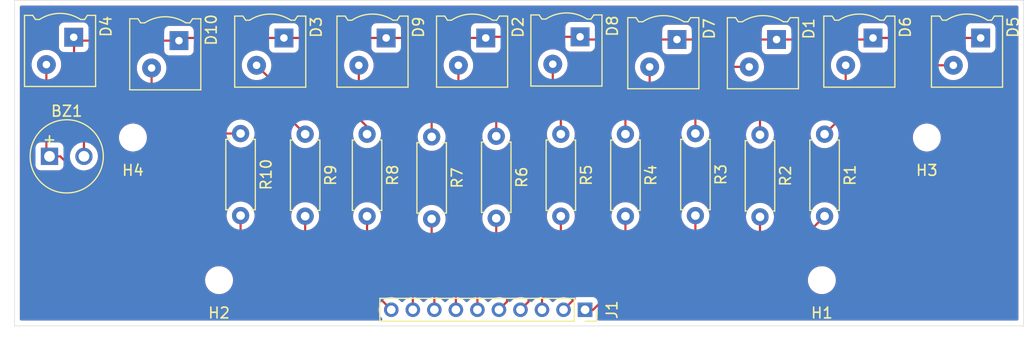
<source format=kicad_pcb>
(kicad_pcb (version 20241229) (generator "pcbnew") (generator_version "9.0")
  (layers (0 "F.Cu" signal) (2 "B.Cu" signal) (13 "F.Paste" user) (15 "B.Paste" user) (5 "F.SilkS" user "F.Silkscreen") (7 "B.SilkS" user "B.Silkscreen") (1 "F.Mask" user) (3 "B.Mask" user) (25 "Edge.Cuts" user))
  (net 0 "")
  (net 1 "Net-(BZ1-+)")
  (net 2 "Net-(BZ1--)")
  (net 3 "Net-(D1-A)")
  (net 4 "Net-(D2-A)")
  (net 5 "Net-(D3-A)")
  (net 6 "Net-(D5-A)")
  (net 7 "Net-(D6-A)")
  (net 8 "Net-(D7-A)")
  (net 9 "Net-(D8-A)")
  (net 10 "Net-(D9-A)")
  (net 11 "Net-(D10-A)")
  (net 12 "Net-(J1-Pin_3)")
  (net 13 "Net-(J1-Pin_4)")
  (net 14 "Net-(J1-Pin_9)")
  (net 15 "Net-(J1-Pin_2)")
  (net 16 "Net-(J1-Pin_5)")
  (net 17 "Net-(J1-Pin_10)")
  (net 18 "Net-(J1-Pin_1)")
  (net 19 "Net-(J1-Pin_7)")
  (net 20 "Net-(J1-Pin_6)")
  (net 21 "Net-(J1-Pin_8)")
  (footprint "Resistor_THT:R_Axial_DIN0207_L6.3mm_D2.5mm_P7.62mm_Horizontal" (layer "F.Cu") (at 150.75 87.44 -90)
    (property "Reference" "R5" (at 3.81 -2.37 270) (layer "F.SilkS"))
    (property "Value" "R")
    (fp_line (start 0.54 1.37) (end 7.08 1.37) (stroke (width 0.12)) (layer "F.SilkS"))
    (fp_line (start 7.08 1.37) (end 7.08 1.04) (stroke (width 0.12)) (layer "F.SilkS"))
    (fp_line (start 0.54 1.04) (end 0.54 1.37) (stroke (width 0.12)) (layer "F.SilkS"))
    (fp_line (start 0.54 -1.04) (end 0.54 -1.37) (stroke (width 0.12)) (layer "F.SilkS"))
    (fp_line (start 0.54 -1.37) (end 7.08 -1.37) (stroke (width 0.12)) (layer "F.SilkS"))
    (fp_line (start 7.08 -1.37) (end 7.08 -1.04) (stroke (width 0.12)) (layer "F.SilkS"))
    (pad "1" thru_hole circle (at 0 0 270) (size 1.6 1.6) (drill 0.8) (layers "*.Cu" "*.Mask") (net 9 "Net-(D8-A)"))
    (pad "2" thru_hole circle (at 7.62 0 270) (size 1.6 1.6) (drill 0.8) (layers "*.Cu" "*.Mask") (net 16 "Net-(J1-Pin_5)"))
  )
  (footprint "LED_THT:LED_VCCLite_5381H7_6.35x6.35mm" (layer "F.Cu") (at 152.54 78.395639 -90)
    (property "Reference" "D8" (at -1 -3 270) (layer "F.SilkS"))
    (property "Value" "LED")
    (fp_line (start -2.032 4.572) (end -2.032 3.81) (stroke (width 0.12)) (layer "F.SilkS"))
    (fp_line (start 4.572 4.572) (end -2.032 4.572) (stroke (width 0.12)) (layer "F.SilkS"))
    (fp_line (start 4.572 4.572) (end 4.572 -2.032) (stroke (width 0.12)) (layer "F.SilkS"))
    (fp_line (start -1.651 3.556) (end -2.032 3.81) (stroke (width 0.12)) (layer "F.SilkS"))
    (fp_line (start -1.651 3.556) (end -1.651 3.175) (stroke (width 0.12)) (layer "F.SilkS"))
    (fp_line (start -1.651 -1.016) (end -1.651 -0.635) (stroke (width 0.12)) (layer "F.SilkS"))
    (fp_line (start -2.032 -1.27) (end -1.651 -1.016) (stroke (width 0.12)) (layer "F.SilkS"))
    (fp_line (start -2.032 -2.032) (end -2.032 -1.27) (stroke (width 0.12)) (layer "F.SilkS"))
    (fp_line (start 4.572 -2.032) (end -2.032 -2.032) (stroke (width 0.12)) (layer "F.SilkS"))
    (fp_arc (start -1.651753 3.173843) (mid -2.2173 1.26931) (end -1.650999 -0.634999) (stroke (width 0.12)) (layer "F.SilkS"))
    (pad "1" thru_hole rect (at 0 0 180) (size 1.75 1.75) (drill 0.7) (layers "*.Cu" "*.Mask") (net 2 "Net-(BZ1--)"))
    (pad "2" thru_hole circle (at 2.54 2.54 180) (size 1.75 1.75) (drill 0.7) (layers "*.Cu" "*.Mask") (net 9 "Net-(D8-A)"))
  )
  (footprint "LED_THT:LED_VCCLite_5381H7_6.35x6.35mm" (layer "F.Cu") (at 134.525 78.5 -90)
    (property "Reference" "D9" (at -1 -3 270) (layer "F.SilkS"))
    (property "Value" "LED")
    (fp_line (start -2.032 4.572) (end -2.032 3.81) (stroke (width 0.12)) (layer "F.SilkS"))
    (fp_line (start 4.572 4.572) (end -2.032 4.572) (stroke (width 0.12)) (layer "F.SilkS"))
    (fp_line (start 4.572 4.572) (end 4.572 -2.032) (stroke (width 0.12)) (layer "F.SilkS"))
    (fp_line (start -1.651 3.556) (end -2.032 3.81) (stroke (width 0.12)) (layer "F.SilkS"))
    (fp_line (start -1.651 3.556) (end -1.651 3.175) (stroke (width 0.12)) (layer "F.SilkS"))
    (fp_line (start -1.651 -1.016) (end -1.651 -0.635) (stroke (width 0.12)) (layer "F.SilkS"))
    (fp_line (start -2.032 -1.27) (end -1.651 -1.016) (stroke (width 0.12)) (layer "F.SilkS"))
    (fp_line (start -2.032 -2.032) (end -2.032 -1.27) (stroke (width 0.12)) (layer "F.SilkS"))
    (fp_line (start 4.572 -2.032) (end -2.032 -2.032) (stroke (width 0.12)) (layer "F.SilkS"))
    (fp_arc (start -1.651753 3.173843) (mid -2.2173 1.26931) (end -1.650999 -0.634999) (stroke (width 0.12)) (layer "F.SilkS"))
    (pad "1" thru_hole rect (at 0 0 180) (size 1.75 1.75) (drill 0.7) (layers "*.Cu" "*.Mask") (net 2 "Net-(BZ1--)"))
    (pad "2" thru_hole circle (at 2.54 2.54 180) (size 1.75 1.75) (drill 0.7) (layers "*.Cu" "*.Mask") (net 10 "Net-(D9-A)"))
  )
  (footprint "Resistor_THT:R_Axial_DIN0207_L6.3mm_D2.5mm_P7.62mm_Horizontal" (layer "F.Cu") (at 169.25 87.5 -90)
    (property "Reference" "R2" (at 3.81 -2.37 270) (layer "F.SilkS"))
    (property "Value" "R")
    (fp_line (start 0.54 1.37) (end 7.08 1.37) (stroke (width 0.12)) (layer "F.SilkS"))
    (fp_line (start 7.08 1.37) (end 7.08 1.04) (stroke (width 0.12)) (layer "F.SilkS"))
    (fp_line (start 0.54 1.04) (end 0.54 1.37) (stroke (width 0.12)) (layer "F.SilkS"))
    (fp_line (start 0.54 -1.04) (end 0.54 -1.37) (stroke (width 0.12)) (layer "F.SilkS"))
    (fp_line (start 0.54 -1.37) (end 7.08 -1.37) (stroke (width 0.12)) (layer "F.SilkS"))
    (fp_line (start 7.08 -1.37) (end 7.08 -1.04) (stroke (width 0.12)) (layer "F.SilkS"))
    (pad "1" thru_hole circle (at 0 0 270) (size 1.6 1.6) (drill 0.8) (layers "*.Cu" "*.Mask") (net 7 "Net-(D6-A)"))
    (pad "2" thru_hole circle (at 7.62 0 270) (size 1.6 1.6) (drill 0.8) (layers "*.Cu" "*.Mask") (net 15 "Net-(J1-Pin_2)"))
  )
  (footprint "LED_THT:LED_VCCLite_5381H5_6.35x6.35mm" (layer "F.Cu") (at 179.75 78.5 -90)
    (property "Reference" "D6" (at -1 -3 270) (layer "F.SilkS"))
    (property "Value" "LED")
    (fp_line (start -2.032 4.572) (end -2.032 3.81) (stroke (width 0.12)) (layer "F.SilkS"))
    (fp_line (start 4.572 4.572) (end -2.032 4.572) (stroke (width 0.12)) (layer "F.SilkS"))
    (fp_line (start 4.572 4.572) (end 4.572 -2.032) (stroke (width 0.12)) (layer "F.SilkS"))
    (fp_line (start -1.651 3.556) (end -2.032 3.81) (stroke (width 0.12)) (layer "F.SilkS"))
    (fp_line (start -1.651 3.556) (end -1.651 3.175) (stroke (width 0.12)) (layer "F.SilkS"))
    (fp_line (start -1.651 -1.016) (end -1.651 -0.635) (stroke (width 0.12)) (layer "F.SilkS"))
    (fp_line (start -2.032 -1.27) (end -1.651 -1.016) (stroke (width 0.12)) (layer "F.SilkS"))
    (fp_line (start -2.032 -2.032) (end -2.032 -1.27) (stroke (width 0.12)) (layer "F.SilkS"))
    (fp_line (start 4.572 -2.032) (end -2.032 -2.032) (stroke (width 0.12)) (layer "F.SilkS"))
    (fp_arc (start -1.651753 3.173843) (mid -2.2173 1.26931) (end -1.650999 -0.634999) (stroke (width 0.12)) (layer "F.SilkS"))
    (pad "1" thru_hole rect (at 0 0 180) (size 1.75 1.75) (drill 0.7) (layers "*.Cu" "*.Mask") (net 2 "Net-(BZ1--)"))
    (pad "2" thru_hole circle (at 2.54 2.54 180) (size 1.75 1.75) (drill 0.7) (layers "*.Cu" "*.Mask") (net 7 "Net-(D6-A)"))
  )
  (footprint "Resistor_THT:R_Axial_DIN0207_L6.3mm_D2.5mm_P7.62mm_Horizontal" (layer "F.Cu") (at 156.75 87.44 -90)
    (property "Reference" "R4" (at 3.81 -2.37 270) (layer "F.SilkS"))
    (property "Value" "R")
    (fp_line (start 0.54 1.37) (end 7.08 1.37) (stroke (width 0.12)) (layer "F.SilkS"))
    (fp_line (start 7.08 1.37) (end 7.08 1.04) (stroke (width 0.12)) (layer "F.SilkS"))
    (fp_line (start 0.54 1.04) (end 0.54 1.37) (stroke (width 0.12)) (layer "F.SilkS"))
    (fp_line (start 0.54 -1.04) (end 0.54 -1.37) (stroke (width 0.12)) (layer "F.SilkS"))
    (fp_line (start 0.54 -1.37) (end 7.08 -1.37) (stroke (width 0.12)) (layer "F.SilkS"))
    (fp_line (start 7.08 -1.37) (end 7.08 -1.04) (stroke (width 0.12)) (layer "F.SilkS"))
    (pad "1" thru_hole circle (at 0 0 270) (size 1.6 1.6) (drill 0.8) (layers "*.Cu" "*.Mask") (net 8 "Net-(D7-A)"))
    (pad "2" thru_hole circle (at 7.62 0 270) (size 1.6 1.6) (drill 0.8) (layers "*.Cu" "*.Mask") (net 13 "Net-(J1-Pin_4)"))
  )
  (footprint "Connector_PinSocket_2.00mm:PinSocket_1x10_P2.00mm_Vertical" (layer "F.Cu") (at 153 103.75 -90)
    (property "Reference" "J1" (at 0 -2.5 270) (layer "F.SilkS"))
    (property "Value" "Conn_01x10")
    (fp_line (start -1.06 19.06) (end 1.06 19.06) (stroke (width 0.12)) (layer "F.SilkS"))
    (fp_line (start -1.06 1) (end -1.06 19.06) (stroke (width 0.12)) (layer "F.SilkS"))
    (fp_line (start -1.06 1) (end 1.06 1) (stroke (width 0.12)) (layer "F.SilkS"))
    (fp_line (start 1.06 1) (end 1.06 19.06) (stroke (width 0.12)) (layer "F.SilkS"))
    (fp_line (start 0 -1.06) (end 1.06 -1.06) (stroke (width 0.12)) (layer "F.SilkS"))
    (fp_line (start 1.06 -1.06) (end 1.06 0) (stroke (width 0.12)) (layer "F.SilkS"))
    (pad "1" thru_hole rect (at 0 0 270) (size 1.35 1.35) (drill 0.8) (layers "*.Cu" "*.Mask") (net 18 "Net-(J1-Pin_1)"))
    (pad "2" thru_hole circle (at 0 2 270) (size 1.35 1.35) (drill 0.8) (layers "*.Cu" "*.Mask") (net 15 "Net-(J1-Pin_2)"))
    (pad "3" thru_hole circle (at 0 4 270) (size 1.35 1.35) (drill 0.8) (layers "*.Cu" "*.Mask") (net 12 "Net-(J1-Pin_3)"))
    (pad "4" thru_hole circle (at 0 6 270) (size 1.35 1.35) (drill 0.8) (layers "*.Cu" "*.Mask") (net 13 "Net-(J1-Pin_4)"))
    (pad "5" thru_hole circle (at 0 8 270) (size 1.35 1.35) (drill 0.8) (layers "*.Cu" "*.Mask") (net 16 "Net-(J1-Pin_5)"))
    (pad "6" thru_hole circle (at 0 10 270) (size 1.35 1.35) (drill 0.8) (layers "*.Cu" "*.Mask") (net 20 "Net-(J1-Pin_6)"))
    (pad "7" thru_hole circle (at 0 12 270) (size 1.35 1.35) (drill 0.8) (layers "*.Cu" "*.Mask") (net 19 "Net-(J1-Pin_7)"))
    (pad "8" thru_hole circle (at 0 14 270) (size 1.35 1.35) (drill 0.8) (layers "*.Cu" "*.Mask") (net 21 "Net-(J1-Pin_8)"))
    (pad "9" thru_hole circle (at 0 16 270) (size 1.35 1.35) (drill 0.8) (layers "*.Cu" "*.Mask") (net 14 "Net-(J1-Pin_9)"))
    (pad "10" thru_hole circle (at 0 18 270) (size 1.35 1.35) (drill 0.8) (layers "*.Cu" "*.Mask") (net 17 "Net-(J1-Pin_10)"))
  )
  (footprint "LED_THT:LED_VCCLite_5381H5_6.35x6.35mm" (layer "F.Cu") (at 170.79 78.645639 -90)
    (property "Reference" "D1" (at -1 -3 270) (layer "F.SilkS"))
    (property "Value" "LED")
    (fp_line (start -2.032 4.572) (end -2.032 3.81) (stroke (width 0.12)) (layer "F.SilkS"))
    (fp_line (start 4.572 4.572) (end -2.032 4.572) (stroke (width 0.12)) (layer "F.SilkS"))
    (fp_line (start 4.572 4.572) (end 4.572 -2.032) (stroke (width 0.12)) (layer "F.SilkS"))
    (fp_line (start -1.651 3.556) (end -2.032 3.81) (stroke (width 0.12)) (layer "F.SilkS"))
    (fp_line (start -1.651 3.556) (end -1.651 3.175) (stroke (width 0.12)) (layer "F.SilkS"))
    (fp_line (start -1.651 -1.016) (end -1.651 -0.635) (stroke (width 0.12)) (layer "F.SilkS"))
    (fp_line (start -2.032 -1.27) (end -1.651 -1.016) (stroke (width 0.12)) (layer "F.SilkS"))
    (fp_line (start -2.032 -2.032) (end -2.032 -1.27) (stroke (width 0.12)) (layer "F.SilkS"))
    (fp_line (start 4.572 -2.032) (end -2.032 -2.032) (stroke (width 0.12)) (layer "F.SilkS"))
    (fp_arc (start -1.651753 3.173843) (mid -2.2173 1.26931) (end -1.650999 -0.634999) (stroke (width 0.12)) (layer "F.SilkS"))
    (pad "1" thru_hole rect (at 0 0 180) (size 1.75 1.75) (drill 0.7) (layers "*.Cu" "*.Mask") (net 2 "Net-(BZ1--)"))
    (pad "2" thru_hole circle (at 2.54 2.54 180) (size 1.75 1.75) (drill 0.7) (layers "*.Cu" "*.Mask") (net 3 "Net-(D1-A)"))
  )
  (footprint "Resistor_THT:R_Axial_DIN0207_L6.3mm_D2.5mm_P7.62mm_Horizontal" (layer "F.Cu") (at 163.25 87.38 -90)
    (property "Reference" "R3" (at 3.81 -2.37 270) (layer "F.SilkS"))
    (property "Value" "R")
    (fp_line (start 0.54 1.37) (end 7.08 1.37) (stroke (width 0.12)) (layer "F.SilkS"))
    (fp_line (start 7.08 1.37) (end 7.08 1.04) (stroke (width 0.12)) (layer "F.SilkS"))
    (fp_line (start 0.54 1.04) (end 0.54 1.37) (stroke (width 0.12)) (layer "F.SilkS"))
    (fp_line (start 0.54 -1.04) (end 0.54 -1.37) (stroke (width 0.12)) (layer "F.SilkS"))
    (fp_line (start 0.54 -1.37) (end 7.08 -1.37) (stroke (width 0.12)) (layer "F.SilkS"))
    (fp_line (start 7.08 -1.37) (end 7.08 -1.04) (stroke (width 0.12)) (layer "F.SilkS"))
    (pad "1" thru_hole circle (at 0 0 270) (size 1.6 1.6) (drill 0.8) (layers "*.Cu" "*.Mask") (net 3 "Net-(D1-A)"))
    (pad "2" thru_hole circle (at 7.62 0 270) (size 1.6 1.6) (drill 0.8) (layers "*.Cu" "*.Mask") (net 12 "Net-(J1-Pin_3)"))
  )
  (footprint "Resistor_THT:R_Axial_DIN0207_L6.3mm_D2.5mm_P7.62mm_Horizontal" (layer "F.Cu") (at 121 87.38 -90)
    (property "Reference" "R10" (at 3.81 -2.37 270) (layer "F.SilkS"))
    (property "Value" "R")
    (fp_line (start 0.54 1.37) (end 7.08 1.37) (stroke (width 0.12)) (layer "F.SilkS"))
    (fp_line (start 7.08 1.37) (end 7.08 1.04) (stroke (width 0.12)) (layer "F.SilkS"))
    (fp_line (start 0.54 1.04) (end 0.54 1.37) (stroke (width 0.12)) (layer "F.SilkS"))
    (fp_line (start 0.54 -1.04) (end 0.54 -1.37) (stroke (width 0.12)) (layer "F.SilkS"))
    (fp_line (start 0.54 -1.37) (end 7.08 -1.37) (stroke (width 0.12)) (layer "F.SilkS"))
    (fp_line (start 7.08 -1.37) (end 7.08 -1.04) (stroke (width 0.12)) (layer "F.SilkS"))
    (pad "1" thru_hole circle (at 0 0 270) (size 1.6 1.6) (drill 0.8) (layers "*.Cu" "*.Mask") (net 1 "Net-(BZ1-+)"))
    (pad "2" thru_hole circle (at 7.62 0 270) (size 1.6 1.6) (drill 0.8) (layers "*.Cu" "*.Mask") (net 17 "Net-(J1-Pin_10)"))
  )
  (footprint "LED_THT:LED_VCCLite_5381H1_6.35x6.35mm" (layer "F.Cu") (at 105.5 78.435639 -90)
    (property "Reference" "D4" (at -1 -3 270) (layer "F.SilkS"))
    (property "Value" "LED")
    (fp_line (start -2.032 4.572) (end -2.032 3.81) (stroke (width 0.12)) (layer "F.SilkS"))
    (fp_line (start 4.572 4.572) (end -2.032 4.572) (stroke (width 0.12)) (layer "F.SilkS"))
    (fp_line (start 4.572 4.572) (end 4.572 -2.032) (stroke (width 0.12)) (layer "F.SilkS"))
    (fp_line (start -1.651 3.556) (end -2.032 3.81) (stroke (width 0.12)) (layer "F.SilkS"))
    (fp_line (start -1.651 3.556) (end -1.651 3.175) (stroke (width 0.12)) (layer "F.SilkS"))
    (fp_line (start -1.651 -1.016) (end -1.651 -0.635) (stroke (width 0.12)) (layer "F.SilkS"))
    (fp_line (start -2.032 -1.27) (end -1.651 -1.016) (stroke (width 0.12)) (layer "F.SilkS"))
    (fp_line (start -2.032 -2.032) (end -2.032 -1.27) (stroke (width 0.12)) (layer "F.SilkS"))
    (fp_line (start 4.572 -2.032) (end -2.032 -2.032) (stroke (width 0.12)) (layer "F.SilkS"))
    (fp_arc (start -1.651753 3.173843) (mid -2.2173 1.26931) (end -1.650999 -0.634999) (stroke (width 0.12)) (layer "F.SilkS"))
    (pad "1" thru_hole rect (at 0 0 180) (size 1.75 1.75) (drill 0.7) (layers "*.Cu" "*.Mask") (net 2 "Net-(BZ1--)"))
    (pad "2" thru_hole circle (at 2.54 2.54 180) (size 1.75 1.75) (drill 0.7) (layers "*.Cu" "*.Mask") (net 1 "Net-(BZ1-+)"))
  )
  (footprint "LED_THT:LED_VCCLite_5381H5_6.35x6.35mm" (layer "F.Cu") (at 189.75 78.5 -90)
    (property "Reference" "D5" (at -1 -3 270) (layer "F.SilkS"))
    (property "Value" "LED")
    (fp_line (start -2.032 4.572) (end -2.032 3.81) (stroke (width 0.12)) (layer "F.SilkS"))
    (fp_line (start 4.572 4.572) (end -2.032 4.572) (stroke (width 0.12)) (layer "F.SilkS"))
    (fp_line (start 4.572 4.572) (end 4.572 -2.032) (stroke (width 0.12)) (layer "F.SilkS"))
    (fp_line (start -1.651 3.556) (end -2.032 3.81) (stroke (width 0.12)) (layer "F.SilkS"))
    (fp_line (start -1.651 3.556) (end -1.651 3.175) (stroke (width 0.12)) (layer "F.SilkS"))
    (fp_line (start -1.651 -1.016) (end -1.651 -0.635) (stroke (width 0.12)) (layer "F.SilkS"))
    (fp_line (start -2.032 -1.27) (end -1.651 -1.016) (stroke (width 0.12)) (layer "F.SilkS"))
    (fp_line (start -2.032 -2.032) (end -2.032 -1.27) (stroke (width 0.12)) (layer "F.SilkS"))
    (fp_line (start 4.572 -2.032) (end -2.032 -2.032) (stroke (width 0.12)) (layer "F.SilkS"))
    (fp_arc (start -1.651753 3.173843) (mid -2.2173 1.26931) (end -1.650999 -0.634999) (stroke (width 0.12)) (layer "F.SilkS"))
    (pad "1" thru_hole rect (at 0 0 180) (size 1.75 1.75) (drill 0.7) (layers "*.Cu" "*.Mask") (net 2 "Net-(BZ1--)"))
    (pad "2" thru_hole circle (at 2.54 2.54 180) (size 1.75 1.75) (drill 0.7) (layers "*.Cu" "*.Mask") (net 6 "Net-(D5-A)"))
  )
  (footprint "Resistor_THT:R_Axial_DIN0207_L6.3mm_D2.5mm_P7.62mm_Horizontal" (layer "F.Cu") (at 132.75 87.44 -90)
    (property "Reference" "R8" (at 3.81 -2.37 270) (layer "F.SilkS"))
    (property "Value" "R")
    (fp_line (start 0.54 1.37) (end 7.08 1.37) (stroke (width 0.12)) (layer "F.SilkS"))
    (fp_line (start 7.08 1.37) (end 7.08 1.04) (stroke (width 0.12)) (layer "F.SilkS"))
    (fp_line (start 0.54 1.04) (end 0.54 1.37) (stroke (width 0.12)) (layer "F.SilkS"))
    (fp_line (start 0.54 -1.04) (end 0.54 -1.37) (stroke (width 0.12)) (layer "F.SilkS"))
    (fp_line (start 0.54 -1.37) (end 7.08 -1.37) (stroke (width 0.12)) (layer "F.SilkS"))
    (fp_line (start 7.08 -1.37) (end 7.08 -1.04) (stroke (width 0.12)) (layer "F.SilkS"))
    (pad "1" thru_hole circle (at 0 0 270) (size 1.6 1.6) (drill 0.8) (layers "*.Cu" "*.Mask") (net 5 "Net-(D3-A)"))
    (pad "2" thru_hole circle (at 7.62 0 270) (size 1.6 1.6) (drill 0.8) (layers "*.Cu" "*.Mask") (net 21 "Net-(J1-Pin_8)"))
  )
  (footprint "LED_THT:LED_VCCLite_5381H7_6.35x6.35mm" (layer "F.Cu") (at 125.025 78.5 -90)
    (property "Reference" "D3" (at -1 -3 270) (layer "F.SilkS"))
    (property "Value" "LED")
    (fp_line (start -2.032 4.572) (end -2.032 3.81) (stroke (width 0.12)) (layer "F.SilkS"))
    (fp_line (start 4.572 4.572) (end -2.032 4.572) (stroke (width 0.12)) (layer "F.SilkS"))
    (fp_line (start 4.572 4.572) (end 4.572 -2.032) (stroke (width 0.12)) (layer "F.SilkS"))
    (fp_line (start -1.651 3.556) (end -2.032 3.81) (stroke (width 0.12)) (layer "F.SilkS"))
    (fp_line (start -1.651 3.556) (end -1.651 3.175) (stroke (width 0.12)) (layer "F.SilkS"))
    (fp_line (start -1.651 -1.016) (end -1.651 -0.635) (stroke (width 0.12)) (layer "F.SilkS"))
    (fp_line (start -2.032 -1.27) (end -1.651 -1.016) (stroke (width 0.12)) (layer "F.SilkS"))
    (fp_line (start -2.032 -2.032) (end -2.032 -1.27) (stroke (width 0.12)) (layer "F.SilkS"))
    (fp_line (start 4.572 -2.032) (end -2.032 -2.032) (stroke (width 0.12)) (layer "F.SilkS"))
    (fp_arc (start -1.651753 3.173843) (mid -2.2173 1.26931) (end -1.650999 -0.634999) (stroke (width 0.12)) (layer "F.SilkS"))
    (pad "1" thru_hole rect (at 0 0 180) (size 1.75 1.75) (drill 0.7) (layers "*.Cu" "*.Mask") (net 2 "Net-(BZ1--)"))
    (pad "2" thru_hole circle (at 2.54 2.54 180) (size 1.75 1.75) (drill 0.7) (layers "*.Cu" "*.Mask") (net 5 "Net-(D3-A)"))
  )
  (footprint "MountingHole:MountingHole_2.1mm" (layer "F.Cu") (at 119 101 180)
    (property "Reference" "H2" (at 0 -3.05 180) (layer "F.SilkS"))
    (property "Value" "MountingHole")
    (pad "" np_thru_hole circle (at 0 0 180) (size 2.1 2.1) (drill 2.1) (layers "*.Cu" "*.Mask"))
  )
  (footprint "MountingHole:MountingHole_2.1mm" (layer "F.Cu") (at 111 87.75 180)
    (property "Reference" "H4" (at 0 -3.05 180) (layer "F.SilkS"))
    (property "Value" "MountingHole")
    (pad "" np_thru_hole circle (at 0 0 180) (size 2.1 2.1) (drill 2.1) (layers "*.Cu" "*.Mask"))
  )
  (footprint "Resistor_THT:R_Axial_DIN0207_L6.3mm_D2.5mm_P7.62mm_Horizontal" (layer "F.Cu") (at 127 87.44 -90)
    (property "Reference" "R9" (at 3.81 -2.37 270) (layer "F.SilkS"))
    (property "Value" "R")
    (fp_line (start 0.54 1.37) (end 7.08 1.37) (stroke (width 0.12)) (layer "F.SilkS"))
    (fp_line (start 7.08 1.37) (end 7.08 1.04) (stroke (width 0.12)) (layer "F.SilkS"))
    (fp_line (start 0.54 1.04) (end 0.54 1.37) (stroke (width 0.12)) (layer "F.SilkS"))
    (fp_line (start 0.54 -1.04) (end 0.54 -1.37) (stroke (width 0.12)) (layer "F.SilkS"))
    (fp_line (start 0.54 -1.37) (end 7.08 -1.37) (stroke (width 0.12)) (layer "F.SilkS"))
    (fp_line (start 7.08 -1.37) (end 7.08 -1.04) (stroke (width 0.12)) (layer "F.SilkS"))
    (pad "1" thru_hole circle (at 0 0 270) (size 1.6 1.6) (drill 0.8) (layers "*.Cu" "*.Mask") (net 11 "Net-(D10-A)"))
    (pad "2" thru_hole circle (at 7.62 0 270) (size 1.6 1.6) (drill 0.8) (layers "*.Cu" "*.Mask") (net 14 "Net-(J1-Pin_9)"))
  )
  (footprint "Resistor_THT:R_Axial_DIN0207_L6.3mm_D2.5mm_P7.62mm_Horizontal" (layer "F.Cu") (at 144.75 87.63 -90)
    (property "Reference" "R6" (at 3.81 -2.37 270) (layer "F.SilkS"))
    (property "Value" "R")
    (fp_line (start 0.54 1.37) (end 7.08 1.37) (stroke (width 0.12)) (layer "F.SilkS"))
    (fp_line (start 7.08 1.37) (end 7.08 1.04) (stroke (width 0.12)) (layer "F.SilkS"))
    (fp_line (start 0.54 1.04) (end 0.54 1.37) (stroke (width 0.12)) (layer "F.SilkS"))
    (fp_line (start 0.54 -1.04) (end 0.54 -1.37) (stroke (width 0.12)) (layer "F.SilkS"))
    (fp_line (start 0.54 -1.37) (end 7.08 -1.37) (stroke (width 0.12)) (layer "F.SilkS"))
    (fp_line (start 7.08 -1.37) (end 7.08 -1.04) (stroke (width 0.12)) (layer "F.SilkS"))
    (pad "1" thru_hole circle (at 0 0 270) (size 1.6 1.6) (drill 0.8) (layers "*.Cu" "*.Mask") (net 4 "Net-(D2-A)"))
    (pad "2" thru_hole circle (at 7.62 0 270) (size 1.6 1.6) (drill 0.8) (layers "*.Cu" "*.Mask") (net 20 "Net-(J1-Pin_6)"))
  )
  (footprint "LED_THT:LED_VCCLite_5381H7_6.35x6.35mm" (layer "F.Cu") (at 143.775 78.5 -90)
    (property "Reference" "D2" (at -1 -3 270) (layer "F.SilkS"))
    (property "Value" "LED")
    (fp_line (start -2.032 4.572) (end -2.032 3.81) (stroke (width 0.12)) (layer "F.SilkS"))
    (fp_line (start 4.572 4.572) (end -2.032 4.572) (stroke (width 0.12)) (layer "F.SilkS"))
    (fp_line (start 4.572 4.572) (end 4.572 -2.032) (stroke (width 0.12)) (layer "F.SilkS"))
    (fp_line (start -1.651 3.556) (end -2.032 3.81) (stroke (width 0.12)) (layer "F.SilkS"))
    (fp_line (start -1.651 3.556) (end -1.651 3.175) (stroke (width 0.12)) (layer "F.SilkS"))
    (fp_line (start -1.651 -1.016) (end -1.651 -0.635) (stroke (width 0.12)) (layer "F.SilkS"))
    (fp_line (start -2.032 -1.27) (end -1.651 -1.016) (stroke (width 0.12)) (layer "F.SilkS"))
    (fp_line (start -2.032 -2.032) (end -2.032 -1.27) (stroke (width 0.12)) (layer "F.SilkS"))
    (fp_line (start 4.572 -2.032) (end -2.032 -2.032) (stroke (width 0.12)) (layer "F.SilkS"))
    (fp_arc (start -1.651753 3.173843) (mid -2.2173 1.26931) (end -1.650999 -0.634999) (stroke (width 0.12)) (layer "F.SilkS"))
    (pad "1" thru_hole rect (at 0 0 180) (size 1.75 1.75) (drill 0.7) (layers "*.Cu" "*.Mask") (net 2 "Net-(BZ1--)"))
    (pad "2" thru_hole circle (at 2.54 2.54 180) (size 1.75 1.75) (drill 0.7) (layers "*.Cu" "*.Mask") (net 4 "Net-(D2-A)"))
  )
  (footprint "MountingHole:MountingHole_2.1mm" (layer "F.Cu") (at 184.75 87.75 180)
    (property "Reference" "H3" (at 0 -3.05 180) (layer "F.SilkS"))
    (property "Value" "MountingHole")
    (pad "" np_thru_hole circle (at 0 0 180) (size 2.1 2.1) (drill 2.1) (layers "*.Cu" "*.Mask"))
  )
  (footprint "MountingHole:MountingHole_2.1mm" (layer "F.Cu") (at 175 101 180)
    (property "Reference" "H1" (at 0 -3.05 180) (layer "F.SilkS"))
    (property "Value" "MountingHole")
    (pad "" np_thru_hole circle (at 0 0 180) (size 2.1 2.1) (drill 2.1) (layers "*.Cu" "*.Mask"))
  )
  (footprint "Resistor_THT:R_Axial_DIN0207_L6.3mm_D2.5mm_P7.62mm_Horizontal" (layer "F.Cu") (at 138.75 87.69 -90)
    (property "Reference" "R7" (at 3.81 -2.37 270) (layer "F.SilkS"))
    (property "Value" "R")
    (fp_line (start 0.54 1.37) (end 7.08 1.37) (stroke (width 0.12)) (layer "F.SilkS"))
    (fp_line (start 7.08 1.37) (end 7.08 1.04) (stroke (width 0.12)) (layer "F.SilkS"))
    (fp_line (start 0.54 1.04) (end 0.54 1.37) (stroke (width 0.12)) (layer "F.SilkS"))
    (fp_line (start 0.54 -1.04) (end 0.54 -1.37) (stroke (width 0.12)) (layer "F.SilkS"))
    (fp_line (start 0.54 -1.37) (end 7.08 -1.37) (stroke (width 0.12)) (layer "F.SilkS"))
    (fp_line (start 7.08 -1.37) (end 7.08 -1.04) (stroke (width 0.12)) (layer "F.SilkS"))
    (pad "1" thru_hole circle (at 0 0 270) (size 1.6 1.6) (drill 0.8) (layers "*.Cu" "*.Mask") (net 10 "Net-(D9-A)"))
    (pad "2" thru_hole circle (at 7.62 0 270) (size 1.6 1.6) (drill 0.8) (layers "*.Cu" "*.Mask") (net 19 "Net-(J1-Pin_7)"))
  )
  (footprint "Buzzer_Beeper:MagneticBuzzer_Kingstate_KCG0601" (layer "F.Cu") (at 103.25 89.5)
    (property "Reference" "BZ1" (at 1.6 -4.2 0) (layer "F.SilkS"))
    (property "Value" "Buzzer")
    (fp_circle (center 1.6 0) (end 5 0) (stroke (width 0.12)) (fill no) (layer "F.SilkS"))
    (fp_text user "+" (at 0 -1.6 0) (layer "F.SilkS"))
    (pad "1" thru_hole rect (at 0 0) (size 1.6 1.6) (drill 1) (layers "*.Cu" "*.Mask") (net 1 "Net-(BZ1-+)"))
    (pad "2" thru_hole circle (at 3.2 0) (size 1.6 1.6) (drill 1) (layers "*.Cu" "*.Mask") (net 2 "Net-(BZ1--)"))
  )
  (footprint "Resistor_THT:R_Axial_DIN0207_L6.3mm_D2.5mm_P7.62mm_Horizontal" (layer "F.Cu") (at 175.25 87.44 -90)
    (property "Reference" "R1" (at 3.81 -2.37 270) (layer "F.SilkS"))
    (property "Value" "R")
    (fp_line (start 0.54 1.37) (end 7.08 1.37) (stroke (width 0.12)) (layer "F.SilkS"))
    (fp_line (start 7.08 1.37) (end 7.08 1.04) (stroke (width 0.12)) (layer "F.SilkS"))
    (fp_line (start 0.54 1.04) (end 0.54 1.37) (stroke (width 0.12)) (layer "F.SilkS"))
    (fp_line (start 0.54 -1.04) (end 0.54 -1.37) (stroke (width 0.12)) (layer "F.SilkS"))
    (fp_line (start 0.54 -1.37) (end 7.08 -1.37) (stroke (width 0.12)) (layer "F.SilkS"))
    (fp_line (start 7.08 -1.37) (end 7.08 -1.04) (stroke (width 0.12)) (layer "F.SilkS"))
    (pad "1" thru_hole circle (at 0 0 270) (size 1.6 1.6) (drill 0.8) (layers "*.Cu" "*.Mask") (net 6 "Net-(D5-A)"))
    (pad "2" thru_hole circle (at 7.62 0 270) (size 1.6 1.6) (drill 0.8) (layers "*.Cu" "*.Mask") (net 18 "Net-(J1-Pin_1)"))
  )
  (footprint "LED_THT:LED_VCCLite_5381H1_6.35x6.35mm" (layer "F.Cu") (at 115.275 78.75 -90)
    (property "Reference" "D10" (at -1 -3 270) (layer "F.SilkS"))
    (property "Value" "LED")
    (fp_line (start -2.032 4.572) (end -2.032 3.81) (stroke (width 0.12)) (layer "F.SilkS"))
    (fp_line (start 4.572 4.572) (end -2.032 4.572) (stroke (width 0.12)) (layer "F.SilkS"))
    (fp_line (start 4.572 4.572) (end 4.572 -2.032) (stroke (width 0.12)) (layer "F.SilkS"))
    (fp_line (start -1.651 3.556) (end -2.032 3.81) (stroke (width 0.12)) (layer "F.SilkS"))
    (fp_line (start -1.651 3.556) (end -1.651 3.175) (stroke (width 0.12)) (layer "F.SilkS"))
    (fp_line (start -1.651 -1.016) (end -1.651 -0.635) (stroke (width 0.12)) (layer "F.SilkS"))
    (fp_line (start -2.032 -1.27) (end -1.651 -1.016) (stroke (width 0.12)) (layer "F.SilkS"))
    (fp_line (start -2.032 -2.032) (end -2.032 -1.27) (stroke (width 0.12)) (layer "F.SilkS"))
    (fp_line (start 4.572 -2.032) (end -2.032 -2.032) (stroke (width 0.12)) (layer "F.SilkS"))
    (fp_arc (start -1.651753 3.173843) (mid -2.2173 1.26931) (end -1.650999 -0.634999) (stroke (width 0.12)) (layer "F.SilkS"))
    (pad "1" thru_hole rect (at 0 0 180) (size 1.75 1.75) (drill 0.7) (layers "*.Cu" "*.Mask") (net 2 "Net-(BZ1--)"))
    (pad "2" thru_hole circle (at 2.54 2.54 180) (size 1.75 1.75) (drill 0.7) (layers "*.Cu" "*.Mask") (net 11 "Net-(D10-A)"))
  )
  (footprint "LED_THT:LED_VCCLite_5381H5_6.35x6.35mm" (layer "F.Cu") (at 161.54 78.645639 -90)
    (property "Reference" "D7" (at -1 -3 270) (layer "F.SilkS"))
    (property "Value" "LED")
    (fp_line (start -2.032 4.572) (end -2.032 3.81) (stroke (width 0.12)) (layer "F.SilkS"))
    (fp_line (start 4.572 4.572) (end -2.032 4.572) (stroke (width 0.12)) (layer "F.SilkS"))
    (fp_line (start 4.572 4.572) (end 4.572 -2.032) (stroke (width 0.12)) (layer "F.SilkS"))
    (fp_line (start -1.651 3.556) (end -2.032 3.81) (stroke (width 0.12)) (layer "F.SilkS"))
    (fp_line (start -1.651 3.556) (end -1.651 3.175) (stroke (width 0.12)) (layer "F.SilkS"))
    (fp_line (start -1.651 -1.016) (end -1.651 -0.635) (stroke (width 0.12)) (layer "F.SilkS"))
    (fp_line (start -2.032 -1.27) (end -1.651 -1.016) (stroke (width 0.12)) (layer "F.SilkS"))
    (fp_line (start -2.032 -2.032) (end -2.032 -1.27) (stroke (width 0.12)) (layer "F.SilkS"))
    (fp_line (start 4.572 -2.032) (end -2.032 -2.032) (stroke (width 0.12)) (layer "F.SilkS"))
    (fp_arc (start -1.651753 3.173843) (mid -2.2173 1.26931) (end -1.650999 -0.634999) (stroke (width 0.12)) (layer "F.SilkS"))
    (pad "1" thru_hole rect (at 0 0 180) (size 1.75 1.75) (drill 0.7) (layers "*.Cu" "*.Mask") (net 2 "Net-(BZ1--)"))
    (pad "2" thru_hole circle (at 2.54 2.54 180) (size 1.75 1.75) (drill 0.7) (layers "*.Cu" "*.Mask") (net 8 "Net-(D7-A)"))
  )
  (gr_line (start 100 105.25) (end 100 75) (stroke (width 0.05)) (layer "Edge.Cuts"))
  (gr_line (start 193.75 105.25) (end 100 105.25) (stroke (width 0.05)) (layer "Edge.Cuts"))
  (gr_line (start 100 75) (end 193.75 75) (stroke (width 0.05)) (layer "Edge.Cuts"))
  (gr_line (start 193.75 75) (end 193.75 105.25) (stroke (width 0.05)) (layer "Edge.Cuts"))
  (segment (start 102.96 89.21) (end 103.25 89.5) (width 0.2) (layer "F.Cu") (net 1))
  (segment (start 104.25 89.5) (end 108.25 93.5) (width 0.2) (layer "F.Cu") (net 1))
  (segment (start 103.25 89.5) (end 104.25 89.5) (width 0.2) (layer "F.Cu") (net 1))
  (segment (start 114 87.5) (end 114.12 87.38) (width 0.2) (layer "F.Cu") (net 1))
  (segment (start 114.12 87.38) (end 121 87.38) (width 0.2) (layer "F.Cu") (net 1))
  (segment (start 114 93.5) (end 114 87.5) (width 0.2) (layer "F.Cu") (net 1))
  (segment (start 108.25 93.5) (end 114 93.5) (width 0.2) (layer "F.Cu") (net 1))
  (segment (start 102.96 80.975639) (end 102.96 89.21) (width 0.2) (layer "F.Cu") (net 1))
  (segment (start 105.532181 78.467819) (end 105.532181 83.032181) (width 0.2) (layer "F.Cu") (net 2))
  (segment (start 152.79 78.645639) (end 152.54 78.395639) (width 0.2) (layer "F.Cu") (net 2))
  (segment (start 105.5 78.435639) (end 105.532181 78.467819) (width 0.2) (layer "F.Cu") (net 2))
  (segment (start 189.75 78.5) (end 179.75 78.5) (width 0.2) (layer "F.Cu") (net 2))
  (segment (start 161.54 78.645639) (end 152.79 78.645639) (width 0.2) (layer "F.Cu") (net 2))
  (segment (start 106.75 84.75) (end 106.45 85.05) (width 0.2) (layer "F.Cu") (net 2))
  (segment (start 106.75 84.25) (end 106.75 84.75) (width 0.2) (layer "F.Cu") (net 2))
  (segment (start 179.75 78.5) (end 179.5 78.5) (width 0.2) (layer "F.Cu") (net 2))
  (segment (start 125.025 78.5) (end 115.525 78.5) (width 0.2) (layer "F.Cu") (net 2))
  (segment (start 115.525 78.5) (end 115.275 78.75) (width 0.2) (layer "F.Cu") (net 2))
  (segment (start 179.5 78.5) (end 179.354361 78.645639) (width 0.2) (layer "F.Cu") (net 2))
  (segment (start 115.275 78.75) (end 105.814361 78.75) (width 0.2) (layer "F.Cu") (net 2))
  (segment (start 105.814361 78.75) (end 105.5 78.435639) (width 0.2) (layer "F.Cu") (net 2))
  (segment (start 143.879361 78.395639) (end 143.775 78.5) (width 0.2) (layer "F.Cu") (net 2))
  (segment (start 105.532181 83.032181) (end 106.75 84.25) (width 0.2) (layer "F.Cu") (net 2))
  (segment (start 179.354361 78.645639) (end 170.79 78.645639) (width 0.2) (layer "F.Cu") (net 2))
  (segment (start 134.525 78.5) (end 125.025 78.5) (width 0.2) (layer "F.Cu") (net 2))
  (segment (start 106.45 85.05) (end 106.45 89.5) (width 0.2) (layer "F.Cu") (net 2))
  (segment (start 152.54 78.395639) (end 143.879361 78.395639) (width 0.2) (layer "F.Cu") (net 2))
  (segment (start 170.79 78.645639) (end 161.54 78.645639) (width 0.2) (layer "F.Cu") (net 2))
  (segment (start 143.775 78.5) (end 134.525 78.5) (width 0.2) (layer "F.Cu") (net 2))
  (segment (start 162.75 85) (end 163.25 85.5) (width 0.2) (layer "F.Cu") (net 3))
  (segment (start 163.25 85.5) (end 163.25 87.38) (width 0.2) (layer "F.Cu") (net 3))
  (segment (start 166.564361 81.185639) (end 162.75 85) (width 0.2) (layer "F.Cu") (net 3))
  (segment (start 168.25 81.185639) (end 166.564361 81.185639) (width 0.2) (layer "F.Cu") (net 3))
  (segment (start 143.5 84.5) (end 144.75 85.75) (width 0.2) (layer "F.Cu") (net 4))
  (segment (start 141.25 84.5) (end 143.5 84.5) (width 0.2) (layer "F.Cu") (net 4))
  (segment (start 144.75 85.75) (end 144.75 87.63) (width 0.2) (layer "F.Cu") (net 4))
  (segment (start 141.235 84.485) (end 141.25 84.5) (width 0.2) (layer "F.Cu") (net 4))
  (segment (start 141.235 81.04) (end 141.235 84.485) (width 0.2) (layer "F.Cu") (net 4))
  (segment (start 132.75 86.75) (end 132.75 87.44) (width 0.2) (layer "F.Cu") (net 5))
  (segment (start 130.25 84.25) (end 132.75 86.75) (width 0.2) (layer "F.Cu") (net 5))
  (segment (start 122.485 81.04) (end 125.695 84.25) (width 0.2) (layer "F.Cu") (net 5))
  (segment (start 125.695 84.25) (end 130.25 84.25) (width 0.2) (layer "F.Cu") (net 5))
  (segment (start 177.19 85.5) (end 175.25 87.44) (width 0.2) (layer "F.Cu") (net 6))
  (segment (start 180.75 85.5) (end 177.19 85.5) (width 0.2) (layer "F.Cu") (net 6))
  (segment (start 182 84.25) (end 180.75 85.5) (width 0.2) (layer "F.Cu") (net 6))
  (segment (start 187.21 81.04) (end 185.71 81.04) (width 0.2) (layer "F.Cu") (net 6))
  (segment (start 182.5 84.25) (end 182 84.25) (width 0.2) (layer "F.Cu") (net 6))
  (segment (start 185.71 81.04) (end 182.5 84.25) (width 0.2) (layer "F.Cu") (net 6))
  (segment (start 176.5 84.75) (end 169.5 84.75) (width 0.2) (layer "F.Cu") (net 7))
  (segment (start 169.5 84.75) (end 169.5 85.25) (width 0.2) (layer "F.Cu") (net 7))
  (segment (start 169.5 85.25) (end 169.25 85.5) (width 0.2) (layer "F.Cu") (net 7))
  (segment (start 177.21 84.04) (end 176.5 84.75) (width 0.2) (layer "F.Cu") (net 7))
  (segment (start 177.21 81.04) (end 177.21 84.04) (width 0.2) (layer "F.Cu") (net 7))
  (segment (start 169.25 85.5) (end 169.25 87.5) (width 0.2) (layer "F.Cu") (net 7))
  (segment (start 156.5 85.25) (end 156.5 85.75) (width 0.2) (layer "F.Cu") (net 8))
  (segment (start 156.5 85.75) (end 156.75 86) (width 0.2) (layer "F.Cu") (net 8))
  (segment (start 159 81.185639) (end 159 82.75) (width 0.2) (layer "F.Cu") (net 8))
  (segment (start 159 82.75) (end 156.5 85.25) (width 0.2) (layer "F.Cu") (net 8))
  (segment (start 156.75 86) (end 156.75 87.44) (width 0.2) (layer "F.Cu") (net 8))
  (segment (start 150 80.935639) (end 150 83.5) (width 0.2) (layer "F.Cu") (net 9))
  (segment (start 150 83.5) (end 150.75 84.25) (width 0.2) (layer "F.Cu") (net 9))
  (segment (start 150.75 84.25) (end 150.75 87.44) (width 0.2) (layer "F.Cu") (net 9))
  (segment (start 138.25 85.25) (end 138.5 85.5) (width 0.2) (layer "F.Cu") (net 10))
  (segment (start 138.75 86.25) (end 138.75 87.69) (width 0.2) (layer "F.Cu") (net 10))
  (segment (start 131.985 83.485) (end 133.75 85.25) (width 0.2) (layer "F.Cu") (net 10))
  (segment (start 131.985 81.04) (end 131.985 83.485) (width 0.2) (layer "F.Cu") (net 10))
  (segment (start 133.75 85.25) (end 138.25 85.25) (width 0.2) (layer "F.Cu") (net 10))
  (segment (start 138.5 86) (end 138.75 86.25) (width 0.2) (layer "F.Cu") (net 10))
  (segment (start 138.5 85.5) (end 138.5 86) (width 0.2) (layer "F.Cu") (net 10))
  (segment (start 114 85) (end 124 85) (width 0.2) (layer "F.Cu") (net 11))
  (segment (start 124 85) (end 124.25 85.25) (width 0.2) (layer "F.Cu") (net 11))
  (segment (start 124.81 85.25) (end 127 87.44) (width 0.2) (layer "F.Cu") (net 11))
  (segment (start 112.735 83.735) (end 114 85) (width 0.2) (layer "F.Cu") (net 11))
  (segment (start 124.25 85.25) (end 124.81 85.25) (width 0.2) (layer "F.Cu") (net 11))
  (segment (start 112.735 81.29) (end 112.735 83.735) (width 0.2) (layer "F.Cu") (net 11))
  (segment (start 154.75 100.25) (end 151.5 100.25) (width 0.2) (layer "F.Cu") (net 12))
  (segment (start 158 99) (end 157 100) (width 0.2) (layer "F.Cu") (net 12))
  (segment (start 149 102.75) (end 149 103.75) (width 0.2) (layer "F.Cu") (net 12))
  (segment (start 151.5 100.25) (end 149 102.75) (width 0.2) (layer "F.Cu") (net 12))
  (segment (start 163.25 98.75) (end 163.5 99) (width 0.2) (layer "F.Cu") (net 12))
  (segment (start 163.5 99) (end 158 99) (width 0.2) (layer "F.Cu") (net 12))
  (segment (start 155 100) (end 154.75 100.25) (width 0.2) (layer "F.Cu") (net 12))
  (segment (start 157 100) (end 155 100) (width 0.2) (layer "F.Cu") (net 12))
  (segment (start 163.25 95) (end 163.25 98.75) (width 0.2) (layer "F.Cu") (net 12))
  (segment (start 148.5 101.25) (end 147.75 101.25) (width 0.2) (layer "F.Cu") (net 13))
  (segment (start 156.75 97.75) (end 155.5 97.75) (width 0.2) (layer "F.Cu") (net 13))
  (segment (start 147.75 103) (end 147 103.75) (width 0.2) (layer "F.Cu") (net 13))
  (segment (start 156.75 95.06) (end 156.75 97.75) (width 0.2) (layer "F.Cu") (net 13))
  (segment (start 151 98.75) (end 148.5 101.25) (width 0.2) (layer "F.Cu") (net 13))
  (segment (start 155.5 97.75) (end 154.5 98.75) (width 0.2) (layer "F.Cu") (net 13))
  (segment (start 154.5 98.75) (end 151 98.75) (width 0.2) (layer "F.Cu") (net 13))
  (segment (start 147.75 101.25) (end 147.75 103) (width 0.2) (layer "F.Cu") (net 13))
  (segment (start 137 101.25) (end 137 103.75) (width 0.2) (layer "F.Cu") (net 14))
  (segment (start 134 101.25) (end 137 101.25) (width 0.2) (layer "F.Cu") (net 14))
  (segment (start 127 95.06) (end 127 97.75) (width 0.2) (layer "F.Cu") (net 14))
  (segment (start 127 97.75) (end 129 99.75) (width 0.2) (layer "F.Cu") (net 14))
  (segment (start 129 99.75) (end 132.5 99.75) (width 0.2) (layer "F.Cu") (net 14))
  (segment (start 132.5 99.75) (end 134 101.25) (width 0.2) (layer "F.Cu") (net 14))
  (segment (start 157.25 100.5) (end 157 100.75) (width 0.2) (layer "F.Cu") (net 15))
  (segment (start 156 100.75) (end 155 101.75) (width 0.2) (layer "F.Cu") (net 15))
  (segment (start 169.25 98.5) (end 167.75 100) (width 0.2) (layer "F.Cu") (net 15))
  (segment (start 169.25 95.12) (end 169.25 98.5) (width 0.2) (layer "F.Cu") (net 15))
  (segment (start 157 100.75) (end 156 100.75) (width 0.2) (layer "F.Cu") (net 15))
  (segment (start 167.75 100) (end 167.25 100) (width 0.2) (layer "F.Cu") (net 15))
  (segment (start 155 101.75) (end 152 101.75) (width 0.2) (layer "F.Cu") (net 15))
  (segment (start 152 102.75) (end 151 103.75) (width 0.2) (layer "F.Cu") (net 15))
  (segment (start 167.25 100) (end 166.75 100.5) (width 0.2) (layer "F.Cu") (net 15))
  (segment (start 152 101.75) (end 152 102.75) (width 0.2) (layer "F.Cu") (net 15))
  (segment (start 166.75 100.5) (end 157.25 100.5) (width 0.2) (layer "F.Cu") (net 15))
  (segment (start 146.75 100.5) (end 145.75 101.5) (width 0.2) (layer "F.Cu") (net 16))
  (segment (start 150.75 97.75) (end 149.5 99) (width 0.2) (layer "F.Cu") (net 16))
  (segment (start 149.5 99) (end 149.25 99) (width 0.2) (layer "F.Cu") (net 16))
  (segment (start 145.75 103) (end 145 103.75) (width 0.2) (layer "F.Cu") (net 16))
  (segment (start 150.75 95.06) (end 150.75 97.75) (width 0.2) (layer "F.Cu") (net 16))
  (segment (start 149.25 99) (end 148.5 99.75) (width 0.2) (layer "F.Cu") (net 16))
  (segment (start 146.75 99.75) (end 146.75 100.5) (width 0.2) (layer "F.Cu") (net 16))
  (segment (start 148.5 99.75) (end 146.75 99.75) (width 0.2) (layer "F.Cu") (net 16))
  (segment (start 145.75 101.5) (end 145.75 103) (width 0.2) (layer "F.Cu") (net 16))
  (segment (start 125.5 101.5) (end 129.25 101.5) (width 0.2) (layer "F.Cu") (net 17))
  (segment (start 130.25 102.5) (end 133.5 102.5) (width 0.2) (layer "F.Cu") (net 17))
  (segment (start 134 102.75) (end 135 103.75) (width 0.2) (layer "F.Cu") (net 17))
  (segment (start 133.75 102.75) (end 134 102.75) (width 0.2) (layer "F.Cu") (net 17))
  (segment (start 129.25 101.5) (end 130.25 102.5) (width 0.2) (layer "F.Cu") (net 17))
  (segment (start 121 97) (end 125.5 101.5) (width 0.2) (layer "F.Cu") (net 17))
  (segment (start 121 95) (end 121 97) (width 0.2) (layer "F.Cu") (net 17))
  (segment (start 133.5 102.5) (end 133.75 102.75) (width 0.2) (layer "F.Cu") (net 17))
  (segment (start 153.75 103.75) (end 153 103.75) (width 0.2) (layer "F.Cu") (net 18))
  (segment (start 157.5 101.75) (end 157 102.25) (width 0.2) (layer "F.Cu") (net 18))
  (segment (start 168.56 101.75) (end 157.5 101.75) (width 0.2) (layer "F.Cu") (net 18))
  (segment (start 157 102.25) (end 155.25 102.25) (width 0.2) (layer "F.Cu") (net 18))
  (segment (start 155.25 102.25) (end 153.75 103.75) (width 0.2) (layer "F.Cu") (net 18))
  (segment (start 175.25 95.06) (end 168.56 101.75) (width 0.2) (layer "F.Cu") (net 18))
  (segment (start 138.75 97.25) (end 140.75 99.25) (width 0.2) (layer "F.Cu") (net 19))
  (segment (start 140.75 100.75) (end 141 101) (width 0.2) (layer "F.Cu") (net 19))
  (segment (start 140.75 99.25) (end 140.75 100.75) (width 0.2) (layer "F.Cu") (net 19))
  (segment (start 141 101) (end 141 103.75) (width 0.2) (layer "F.Cu") (net 19))
  (segment (start 138.75 95.31) (end 138.75 97.25) (width 0.2) (layer "F.Cu") (net 19))
  (segment (start 143.25 100) (end 143.25 100.5) (width 0.2) (layer "F.Cu") (net 20))
  (segment (start 143 100.75) (end 143 103.75) (width 0.2) (layer "F.Cu") (net 20))
  (segment (start 144.75 95.25) (end 144.75 98.5) (width 0.2) (layer "F.Cu") (net 20))
  (segment (start 144.75 98.5) (end 143.25 100) (width 0.2) (layer "F.Cu") (net 20))
  (segment (start 143.25 100.5) (end 143 100.75) (width 0.2) (layer "F.Cu") (net 20))
  (segment (start 132.75 95.06) (end 132.75 97.25) (width 0.2) (layer "F.Cu") (net 21))
  (segment (start 138.5 99.75) (end 138.75 100) (width 0.2) (layer "F.Cu") (net 21))
  (segment (start 135.25 99.75) (end 138.5 99.75) (width 0.2) (layer "F.Cu") (net 21))
  (segment (start 132.75 97.25) (end 135.25 99.75) (width 0.2) (layer "F.Cu") (net 21))
  (segment (start 138.75 100) (end 138.75 100.5) (width 0.2) (layer "F.Cu") (net 21))
  (segment (start 139 100.75) (end 139 103.75) (width 0.2) (layer "F.Cu") (net 21))
  (segment (start 138.75 100.5) (end 139 100.75) (width 0.2) (layer "F.Cu") (net 21))
  (zone (net 0) (net_name "") (layers "F.Cu" "B.Cu") (connect_pads (clearance 0.5)) (min_thickness 0.25) (fill yes (thermal_gap 0.5) (thermal_bridge_width 0.5) (island_removal_mode 1) (island_area_min 10))
    (polygon (pts (xy 100 75) (xy 193.75 75) (xy 193.75 105.25) (xy 100 105.25)))
  )
)
</source>
